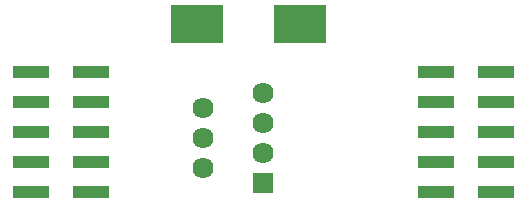
<source format=gbs>
G04 #@! TF.GenerationSoftware,KiCad,Pcbnew,(5.1.5-0-10_14)*
G04 #@! TF.CreationDate,2021-11-11T15:24:48-05:00*
G04 #@! TF.ProjectId,Readout-DC-Board,52656164-6f75-4742-9d44-432d426f6172,rev?*
G04 #@! TF.SameCoordinates,Original*
G04 #@! TF.FileFunction,Soldermask,Bot*
G04 #@! TF.FilePolarity,Negative*
%FSLAX46Y46*%
G04 Gerber Fmt 4.6, Leading zero omitted, Abs format (unit mm)*
G04 Created by KiCad (PCBNEW (5.1.5-0-10_14)) date 2021-11-11 15:24:48*
%MOMM*%
%LPD*%
G04 APERTURE LIST*
%ADD10R,3.150000X1.000000*%
%ADD11R,4.500000X3.300000*%
%ADD12C,1.790000*%
%ADD13R,1.790000X1.790000*%
G04 APERTURE END LIST*
D10*
X85710000Y-106680000D03*
X80660000Y-106680000D03*
X85710000Y-109220000D03*
X80660000Y-109220000D03*
X85710000Y-111760000D03*
X80660000Y-111760000D03*
X85710000Y-114300000D03*
X80660000Y-114300000D03*
X85710000Y-116840000D03*
X80660000Y-116840000D03*
D11*
X103460000Y-102616000D03*
X94660000Y-102616000D03*
D10*
X120000000Y-106680000D03*
X114950000Y-106680000D03*
X120000000Y-109220000D03*
X114950000Y-109220000D03*
X120000000Y-111760000D03*
X114950000Y-111760000D03*
X120000000Y-114300000D03*
X114950000Y-114300000D03*
X120000000Y-116840000D03*
X114950000Y-116840000D03*
D12*
X100296500Y-108458000D03*
X95216500Y-109728000D03*
X100296500Y-110998000D03*
X95216500Y-112268000D03*
X100296500Y-113538000D03*
X95216500Y-114808000D03*
D13*
X100296500Y-116078000D03*
M02*

</source>
